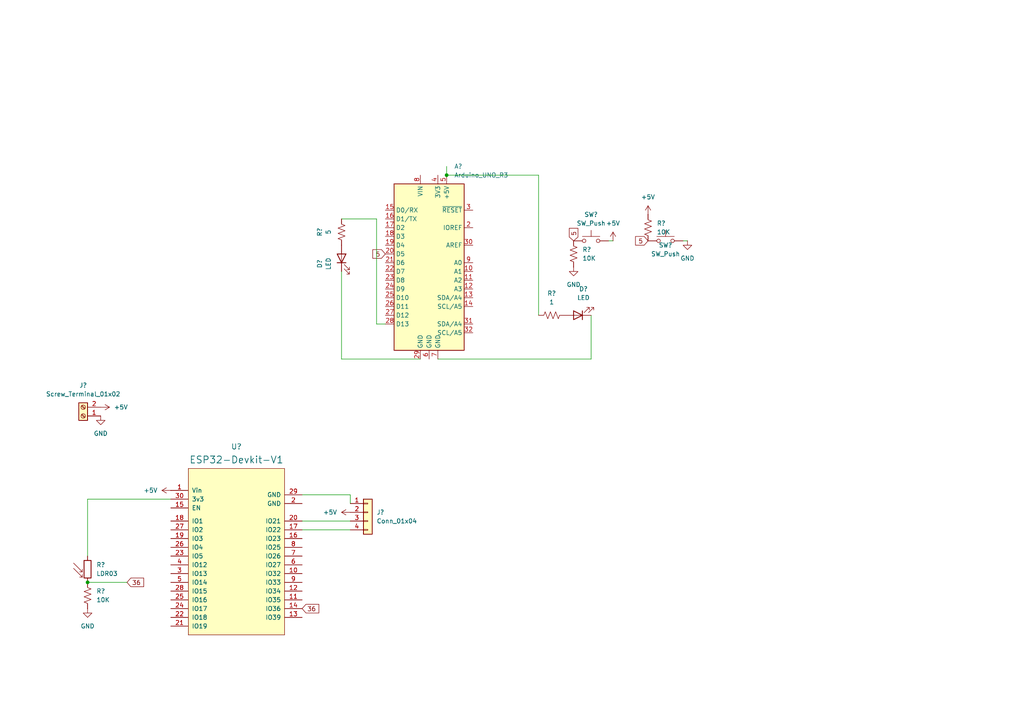
<source format=kicad_sch>
(kicad_sch (version 20231120) (generator "eeschema") (generator_version "8.0")
  (paper "A4")
  (lib_symbols
    (symbol "Connector:Screw_Terminal_01x02" (pin_names (offset 1.016) hide)
      (property "Reference" "J" (at 0 2.54 0))
      (property "Value" "Screw_Terminal_01x02" (at 0 -5.08 0))
      (symbol "Screw_Terminal_01x02_1_1"
        (rectangle (start -1.27 1.27) (end 1.27 -3.81) (stroke (width 0.254)) (fill (type background)))
        (circle (center 0 -2.54) (radius 0.635) (stroke (width 0.1524)))
        (polyline (pts (xy -0.5334 -2.2098) (xy 0.3302 -3.048)) (stroke (width 0.1524)))
        (polyline (pts (xy -0.5334 0.3302) (xy 0.3302 -0.508)) (stroke (width 0.1524)))
        (polyline (pts (xy -0.3556 -2.032) (xy 0.508 -2.8702)) (stroke (width 0.1524)))
        (polyline (pts (xy -0.3556 0.508) (xy 0.508 -0.3302)) (stroke (width 0.1524)))
        (circle (center 0 0) (radius 0.635) (stroke (width 0.1524)))
        (pin passive line (at -5.08 0 0) (length 3.81) (name "Pin_1") (number "1"))
        (pin passive line (at -5.08 -2.54 0) (length 3.81) (name "Pin_2") (number "2"))
      )
    )
    (symbol "Connector_Generic:Conn_01x04" (pin_names (offset 1.016) hide)
      (property "Reference" "J" (at 0 5.08 0))
      (property "Value" "Conn_01x04" (at 0 -7.62 0))
      (symbol "Conn_01x04_1_1"
        (rectangle (start -1.27 -4.953) (end 0 -5.207) (stroke (width 0.1524)))
        (rectangle (start -1.27 -2.413) (end 0 -2.667) (stroke (width 0.1524)))
        (rectangle (start -1.27 0.127) (end 0 -0.127) (stroke (width 0.1524)))
        (rectangle (start -1.27 2.667) (end 0 2.413) (stroke (width 0.1524)))
        (rectangle (start -1.27 3.81) (end 1.27 -6.35) (stroke (width 0.254)) (fill (type background)))
        (pin passive line (at -5.08 2.54 0) (length 3.81) (name "Pin_1") (number "1"))
        (pin passive line (at -5.08 0 0) (length 3.81) (name "Pin_2") (number "2"))
        (pin passive line (at -5.08 -2.54 0) (length 3.81) (name "Pin_3") (number "3"))
        (pin passive line (at -5.08 -5.08 0) (length 3.81) (name "Pin_4") (number "4"))
      )
    )
    (symbol "Device:LED" (pin_numbers hide) (pin_names (offset 1.016) hide)
      (property "Reference" "D" (at 0 2.54 0))
      (property "Value" "LED" (at 0 -2.54 0))
      (symbol "LED_0_1"
        (polyline (pts (xy -1.27 -1.27) (xy -1.27 1.27)) (stroke (width 0.254)))
        (polyline (pts (xy -1.27 0) (xy 1.27 0)))
        (polyline (pts (xy 1.27 -1.27) (xy 1.27 1.27) (xy -1.27 0) (xy 1.27 -1.27)) (stroke (width 0.254)))
        (polyline (pts (xy -3.048 -0.762) (xy -4.572 -2.286) (xy -3.81 -2.286) (xy -4.572 -2.286) (xy -4.572 -1.524)))
        (polyline (pts (xy -1.778 -0.762) (xy -3.302 -2.286) (xy -2.54 -2.286) (xy -3.302 -2.286) (xy -3.302 -1.524)))
      )
      (symbol "LED_1_1"
        (pin passive line (at -3.81 0 0) (length 2.54) (name "K") (number "1"))
        (pin passive line (at 3.81 0 180) (length 2.54) (name "A") (number "2"))
      )
    )
    (symbol "Device:R_US" (pin_numbers hide) (pin_names (offset 0))
      (property "Reference" "R" (at 2.54 0 90))
      (property "Value" "R_US" (at -2.54 0 90))
      (symbol "R_US_0_1"
        (polyline (pts (xy 0 -2.286) (xy 0 -2.54)))
        (polyline (pts (xy 0 2.286) (xy 0 2.54)))
        (polyline (pts (xy 0 -0.762) (xy 1.016 -1.143) (xy 0 -1.524) (xy -1.016 -1.905) (xy 0 -2.286)))
        (polyline (pts (xy 0 0.762) (xy 1.016 0.381) (xy 0 0) (xy -1.016 -0.381) (xy 0 -0.762)))
        (polyline (pts (xy 0 2.286) (xy 1.016 1.905) (xy 0 1.524) (xy -1.016 1.143) (xy 0 0.762)))
      )
      (symbol "R_US_1_1"
        (pin passive line (at 0 3.81 270) (length 1.27) (name "~") (number "1"))
        (pin passive line (at 0 -3.81 90) (length 1.27) (name "~") (number "2"))
      )
    )
    (symbol "MCU_Module:Arduino_UNO_R3"
      (property "Reference" "A" (at -10.16 23.495 0))
      (property "Value" "Arduino_UNO_R3" (at 5.08 -26.67 0))
      (symbol "Arduino_UNO_R3_0_1"
        (rectangle (start -10.16 22.86) (end 10.16 -25.4) (stroke (width 0.254)) (fill (type background)))
      )
      (symbol "Arduino_UNO_R3_1_1"
        (pin no_connect line (at -10.16 -20.32 0) (length 2.54) hide (name "NC") (number "1"))
        (pin bidirectional line (at 12.7 -2.54 180) (length 2.54) (name "A1") (number "10"))
        (pin bidirectional line (at 12.7 -5.08 180) (length 2.54) (name "A2") (number "11"))
        (pin bidirectional line (at 12.7 -7.62 180) (length 2.54) (name "A3") (number "12"))
        (pin bidirectional line (at 12.7 -10.16 180) (length 2.54) (name "SDA/A4") (number "13"))
        (pin bidirectional line (at 12.7 -12.7 180) (length 2.54) (name "SCL/A5") (number "14"))
        (pin bidirectional line (at -12.7 15.24 0) (length 2.54) (name "D0/RX") (number "15"))
        (pin bidirectional line (at -12.7 12.7 0) (length 2.54) (name "D1/TX") (number "16"))
        (pin bidirectional line (at -12.7 10.16 0) (length 2.54) (name "D2") (number "17"))
        (pin bidirectional line (at -12.7 7.62 0) (length 2.54) (name "D3") (number "18"))
        (pin bidirectional line (at -12.7 5.08 0) (length 2.54) (name "D4") (number "19"))
        (pin output line (at 12.7 10.16 180) (length 2.54) (name "IOREF") (number "2"))
        (pin bidirectional line (at -12.7 2.54 0) (length 2.54) (name "D5") (number "20"))
        (pin bidirectional line (at -12.7 0 0) (length 2.54) (name "D6") (number "21"))
        (pin bidirectional line (at -12.7 -2.54 0) (length 2.54) (name "D7") (number "22"))
        (pin bidirectional line (at -12.7 -5.08 0) (length 2.54) (name "D8") (number "23"))
        (pin bidirectional line (at -12.7 -7.62 0) (length 2.54) (name "D9") (number "24"))
        (pin bidirectional line (at -12.7 -10.16 0) (length 2.54) (name "D10") (number "25"))
        (pin bidirectional line (at -12.7 -12.7 0) (length 2.54) (name "D11") (number "26"))
        (pin bidirectional line (at -12.7 -15.24 0) (length 2.54) (name "D12") (number "27"))
        (pin bidirectional line (at -12.7 -17.78 0) (length 2.54) (name "D13") (number "28"))
        (pin power_in line (at -2.54 -27.94 90) (length 2.54) (name "GND") (number "29"))
        (pin input line (at 12.7 15.24 180) (length 2.54) (name "~{RESET}") (number "3"))
        (pin input line (at 12.7 5.08 180) (length 2.54) (name "AREF") (number "30"))
        (pin bidirectional line (at 12.7 -17.78 180) (length 2.54) (name "SDA/A4") (number "31"))
        (pin bidirectional line (at 12.7 -20.32 180) (length 2.54) (name "SCL/A5") (number "32"))
        (pin power_out line (at 2.54 25.4 270) (length 2.54) (name "3V3") (number "4"))
        (pin power_out line (at 5.08 25.4 270) (length 2.54) (name "+5V") (number "5"))
        (pin power_in line (at 0 -27.94 90) (length 2.54) (name "GND") (number "6"))
        (pin power_in line (at 2.54 -27.94 90) (length 2.54) (name "GND") (number "7"))
        (pin power_in line (at -2.54 25.4 270) (length 2.54) (name "VIN") (number "8"))
        (pin bidirectional line (at 12.7 0 180) (length 2.54) (name "A0") (number "9"))
      )
    )
    (symbol "Sensor_Optical:LDR03" (pin_numbers hide) (pin_names (offset 0))
      (property "Reference" "R" (at -5.08 0 90))
      (property "Value" "LDR03" (at 1.905 0 90))
      (symbol "LDR03_0_1"
        (rectangle (start -1.016 2.54) (end 1.016 -2.54) (stroke (width 0.254)))
        (polyline (pts (xy -1.524 -2.286) (xy -4.064 0.254)))
        (polyline (pts (xy -1.524 -2.286) (xy -2.286 -2.286)))
        (polyline (pts (xy -1.524 -2.286) (xy -1.524 -1.524)))
        (polyline (pts (xy -1.524 -0.762) (xy -4.064 1.778)))
        (polyline (pts (xy -1.524 -0.762) (xy -2.286 -0.762)))
        (polyline (pts (xy -1.524 -0.762) (xy -1.524 0)))
      )
      (symbol "LDR03_1_1"
        (pin passive line (at 0 3.81 270) (length 1.27) (name "~") (number "1"))
        (pin passive line (at 0 -3.81 90) (length 1.27) (name "~") (number "2"))
      )
    )
    (symbol "Switch:SW_Push" (pin_numbers hide) (pin_names (offset 1.016) hide)
      (property "Reference" "SW" (at 1.27 2.54 0))
      (property "Value" "SW_Push" (at 0 -1.524 0))
      (symbol "SW_Push_0_1"
        (circle (center -2.032 0) (radius 0.508))
        (polyline (pts (xy 0 1.27) (xy 0 3.048)))
        (polyline (pts (xy 2.54 1.27) (xy -2.54 1.27)))
        (circle (center 2.032 0) (radius 0.508))
        (pin passive line (at -5.08 0 0) (length 2.54) (name "1") (number "1"))
        (pin passive line (at 5.08 0 180) (length 2.54) (name "2") (number "2"))
      )
    )
    (symbol "esp32-devkit-v1:ESP32-Devkit-V1" (pin_names (offset 1.016))
      (property "Reference" "U" (at 13.97 -21.59 0))
      (property "Value" "ESP32-Devkit-V1" (at 13.97 -2.54 0))
      (symbol "ESP32-Devkit-V1_0_1"
        (rectangle (start 0 0) (end 27.94 -48.26) (fill (type background)))
      )
      (symbol "ESP32-Devkit-V1_1_1"
        (pin power_in line (at -5.08 -6.35 0) (length 5.08) (name "Vin") (number "1"))
        (pin bidirectional line (at 33.02 -30.48 180) (length 5.08) (name "IO32") (number "10"))
        (pin bidirectional line (at 33.02 -38.1 180) (length 5.08) (name "IO35") (number "11"))
        (pin bidirectional line (at 33.02 -35.56 180) (length 5.08) (name "IO34") (number "12"))
        (pin bidirectional line (at 33.02 -43.18 180) (length 5.08) (name "IO39") (number "13"))
        (pin bidirectional line (at 33.02 -40.64 180) (length 5.08) (name "IO36") (number "14"))
        (pin input line (at -5.08 -11.43 0) (length 5.08) (name "EN") (number "15"))
        (pin bidirectional line (at 33.02 -20.32 180) (length 5.08) (name "IO23") (number "16"))
        (pin bidirectional line (at 33.02 -17.78 180) (length 5.08) (name "IO22") (number "17"))
        (pin bidirectional line (at -5.08 -15.24 0) (length 5.08) (name "IO1") (number "18"))
        (pin bidirectional line (at -5.08 -20.32 0) (length 5.08) (name "IO3") (number "19"))
        (pin power_out line (at 33.02 -10.16 180) (length 5.08) (name "GND") (number "2"))
        (pin bidirectional line (at 33.02 -15.24 180) (length 5.08) (name "IO21") (number "20"))
        (pin bidirectional line (at -5.08 -45.72 0) (length 5.08) (name "IO19") (number "21"))
        (pin bidirectional line (at -5.08 -43.18 0) (length 5.08) (name "IO18") (number "22"))
        (pin bidirectional line (at -5.08 -25.4 0) (length 5.08) (name "IO5") (number "23"))
        (pin bidirectional line (at -5.08 -40.64 0) (length 5.08) (name "IO17") (number "24"))
        (pin bidirectional line (at -5.08 -38.1 0) (length 5.08) (name "IO16") (number "25"))
        (pin bidirectional line (at -5.08 -22.86 0) (length 5.08) (name "IO4") (number "26"))
        (pin bidirectional line (at -5.08 -17.78 0) (length 5.08) (name "IO2") (number "27"))
        (pin bidirectional line (at -5.08 -35.56 0) (length 5.08) (name "IO15") (number "28"))
        (pin power_out line (at 33.02 -7.62 180) (length 5.08) (name "GND") (number "29"))
        (pin bidirectional line (at -5.08 -30.48 0) (length 5.08) (name "IO13") (number "3"))
        (pin power_out line (at -5.08 -8.89 0) (length 5.08) (name "3v3") (number "30"))
        (pin bidirectional line (at -5.08 -27.94 0) (length 5.08) (name "IO12") (number "4"))
        (pin bidirectional line (at -5.08 -33.02 0) (length 5.08) (name "IO14") (number "5"))
        (pin bidirectional line (at 33.02 -27.94 180) (length 5.08) (name "IO27") (number "6"))
        (pin bidirectional line (at 33.02 -25.4 180) (length 5.08) (name "IO26") (number "7"))
        (pin bidirectional line (at 33.02 -22.86 180) (length 5.08) (name "IO25") (number "8"))
        (pin bidirectional line (at 33.02 -33.02 180) (length 5.08) (name "IO33") (number "9"))
      )
    )
    (symbol "power:+5V" (power) (pin_numbers hide) (pin_names (offset 0) hide)
      (property "Value" "+5V" (at 0 3.556 0))
      (symbol "+5V_0_1"
        (polyline (pts (xy -0.762 1.27) (xy 0 2.54)))
        (polyline (pts (xy 0 0) (xy 0 2.54)))
        (polyline (pts (xy 0 2.54) (xy 0.762 1.27)))
      )
      (symbol "+5V_1_1"
        (pin power_in line (at 0 0 90) (length 0) (name "~") (number "1"))
      )
    )
    (symbol "power:GND" (power) (pin_numbers hide) (pin_names (offset 0) hide)
      (property "Value" "GND" (at 0 -3.81 0))
      (symbol "GND_0_1"
        (polyline (pts (xy 0 0) (xy 0 -1.27) (xy 1.27 -1.27) (xy 0 -2.54) (xy -1.27 -1.27) (xy 0 -1.27)))
      )
      (symbol "GND_1_1"
        (pin power_in line (at 0 0 270) (length 0) (name "~") (number "1"))
      )
    )
  )
  (junction (at 25.4 168.91))
  (junction (at 129.54 50.8))
  (wire (pts (xy 177.8 69.85) (xy 176.53 69.85)))
  (wire (pts (xy 99.06 104.14) (xy 121.92 104.14)))
  (wire (pts (xy 87.63 151.13) (xy 101.6 151.13)))
  (wire (pts (xy 129.54 50.8) (xy 156.21 50.8)))
  (wire (pts (xy 199.39 69.85) (xy 198.12 69.85)))
  (wire (pts (xy 171.45 104.14) (xy 127 104.14)))
  (wire (pts (xy 109.22 63.5) (xy 109.22 93.98)))
  (wire (pts (xy 99.06 78.74) (xy 99.06 104.14)))
  (wire (pts (xy 49.53 144.78) (xy 25.4 144.78)))
  (wire (pts (xy 87.63 143.51) (xy 101.6 143.51)))
  (wire (pts (xy 101.6 143.51) (xy 101.6 146.05)))
  (wire (pts (xy 25.4 144.78) (xy 25.4 161.29)))
  (wire (pts (xy 171.45 91.44) (xy 171.45 104.14)))
  (wire (pts (xy 109.22 93.98) (xy 111.76 93.98)))
  (wire (pts (xy 129.54 48.26) (xy 129.54 50.8)))
  (wire (pts (xy 87.63 153.67) (xy 101.6 153.67)))
  (wire (pts (xy 99.06 63.5) (xy 109.22 63.5)))
  (wire (pts (xy 156.21 50.8) (xy 156.21 91.44)))
  (wire (pts (xy 36.83 168.91) (xy 25.4 168.91)))
  (global_label "36" (shape input) (at 36.83 168.91 0) (property "Intersheetrefs" "${INTERSHEET_REFS}" (effects (hide yes))))
  (global_label "5" (shape input) (at 166.37 69.85 90) (property "Intersheetrefs" "${INTERSHEET_REFS}" (effects (hide yes))))
  (global_label "5" (shape input) (at 111.76 73.66 180) (property "Intersheetrefs" "${INTERSHEET_REFS}" (effects (hide yes))))
  (global_label "36" (shape input) (at 87.63 176.53 0) (property "Intersheetrefs" "${INTERSHEET_REFS}" (effects (hide yes))))
  (global_label "5" (shape input) (at 187.96 69.85 180) (property "Intersheetrefs" "${INTERSHEET_REFS}" (effects (hide yes))))
  (symbol (lib_id "power:+5V") (at 49.53 142.24 90) (unit 1)
    (property "Reference" "#PWR048" (effects (hide yes)))
    (property "Value" "+5V" (at 45.72 142.2399 90) (effects (justify left)))
    (property "Description" "Power symbol creates a global label with name \"+5V\"" (effects (hide yes)))
  )
  (symbol (lib_id "power:+5V") (at 177.8 69.85 0) (unit 1)
    (property "Reference" "#PWR042" (effects (hide yes)))
    (property "Value" "+5V" (at 177.8 64.77 0))
    (property "Description" "Power symbol creates a global label with name \"+5V\"" (effects (hide yes)))
  )
  (symbol (lib_id "Switch:SW_Push") (at 193.04 69.85 0) (unit 1)
    (property "Reference" "SW?" (at 193.04 71.12 0))
    (property "Value" "SW_Push" (at 193.04 73.66 0))
    (property "Description" "Push button switch, generic, two pins" (effects (hide yes)))
  )
  (symbol (lib_id "Switch:SW_Push") (at 171.45 69.85 0) (unit 1)
    (property "Reference" "SW?" (at 171.45 62.23 0))
    (property "Value" "SW_Push" (at 171.45 64.77 0))
    (property "Description" "Push button switch, generic, two pins" (effects (hide yes)))
  )
  (symbol (lib_id "power:+5V") (at 187.96 62.23 0) (unit 1)
    (property "Reference" "#PWR044" (effects (hide yes)))
    (property "Value" "+5V" (at 187.96 57.15 0))
    (property "Description" "Power symbol creates a global label with name \"+5V\"" (effects (hide yes)))
  )
  (symbol (lib_id "esp32-devkit-v1:ESP32-Devkit-V1") (at 54.61 135.89 0) (unit 1)
    (property "Reference" "U?" (at 68.58 129.54 0) (effects (font (size 1.524 1.524))))
    (property "Value" "ESP32-Devkit-V1" (at 68.58 133.35 0) (effects (font (size 2.0066 2.0066))))
  )
  (symbol (lib_id "Connector:Screw_Terminal_01x02") (at 24.13 120.65 180) (unit 1)
    (property "Reference" "J?" (at 24.13 111.76 0))
    (property "Value" "Screw_Terminal_01x02" (at 24.13 114.3 0))
    (property "Description" "Generic screw terminal, single row, 01x02, script generated (kicad-library-utils/schlib/autogen/connector/)" (effects (hide yes)))
  )
  (symbol (lib_id "power:GND") (at 166.37 77.47 0) (unit 1)
    (property "Reference" "#PWR040" (effects (hide yes)))
    (property "Value" "GND" (at 166.37 82.55 0))
    (property "Description" "Power symbol creates a global label with name \"GND\" , ground" (effects (hide yes)))
  )
  (symbol (lib_id "power:GND") (at 29.21 120.65 0) (unit 1)
    (property "Reference" "#PWR046" (effects (hide yes)))
    (property "Value" "GND" (at 29.21 125.73 0))
    (property "Description" "Power symbol creates a global label with name \"GND\" , ground" (effects (hide yes)))
  )
  (symbol (lib_id "Sensor_Optical:LDR03") (at 25.4 165.1 0) (unit 1)
    (property "Reference" "R?" (at 27.94 163.8299 0) (effects (justify left)))
    (property "Value" "LDR03" (at 27.94 166.3699 0) (effects (justify left)))
    (property "Footprint" "OptoDevice:R_LDR_10x8.5mm_P7.6mm_Vertical" (effects (hide yes)))
    (property "Datasheet" "http://www.elektronica-componenten.nl/WebRoot/StoreNL/Shops/61422969/54F1/BA0C/C664/31B9/2173/C0A8/2AB9/2AEF/LDR03IMP.pdf" (effects (hide yes)))
    (property "Description" "light dependent resistor" (effects (hide yes)))
  )
  (symbol (lib_id "Device:R_US") (at 187.96 66.04 180) (unit 1)
    (property "Reference" "R?" (at 190.5 64.7699 0) (effects (justify right)))
    (property "Value" "10K" (at 190.5 67.3099 0) (effects (justify right)))
    (property "Description" "Resistor, US symbol" (effects (hide yes)))
  )
  (symbol (lib_id "Device:R_US") (at 160.02 91.44 90) (unit 1)
    (property "Reference" "R?" (at 160.02 85.09 90))
    (property "Value" "1" (at 160.02 87.63 90))
    (property "Description" "Resistor, US symbol" (effects (hide yes)))
  )
  (symbol (lib_id "Device:LED") (at 167.64 91.44 180) (unit 1)
    (property "Reference" "D?" (at 169.2275 83.82 0))
    (property "Value" "LED" (at 169.2275 86.36 0))
    (property "Description" "Light emitting diode" (effects (hide yes)))
  )
  (symbol (lib_id "Device:LED") (at 99.06 74.93 90) (unit 1)
    (property "Reference" "D?" (at 92.71 76.5175 0))
    (property "Value" "LED" (at 95.25 76.5175 0))
    (property "Description" "Light emitting diode" (effects (hide yes)))
  )
  (symbol (lib_id "MCU_Module:Arduino_UNO_R3") (at 124.46 76.2 0) (unit 1)
    (property "Reference" "A?" (at 131.7341 48.26 0) (effects (justify left)))
    (property "Value" "Arduino_UNO_R3" (at 131.7341 50.8 0) (effects (justify left)))
    (property "Footprint" "Module:Arduino_UNO_R3" (effects (hide yes)))
    (property "Datasheet" "https://www.arduino.cc/en/Main/arduinoBoardUno" (effects (hide yes)))
    (property "Description" "Arduino UNO Microcontroller Module, release 3" (effects (hide yes)))
  )
  (symbol (lib_id "Device:R_US") (at 25.4 172.72 180) (unit 1)
    (property "Reference" "R?" (at 27.94 171.4499 0) (effects (justify right)))
    (property "Value" "10K" (at 27.94 173.9899 0) (effects (justify right)))
    (property "Description" "Resistor, US symbol" (effects (hide yes)))
  )
  (symbol (lib_id "Connector_Generic:Conn_01x04") (at 106.68 148.59 0) (unit 1)
    (property "Reference" "J?" (at 109.22 148.5899 0) (effects (justify left)))
    (property "Value" "Conn_01x04" (at 109.22 151.1299 0) (effects (justify left)))
    (property "Description" "Generic connector, single row, 01x04, script generated (kicad-library-utils/schlib/autogen/connector/)" (effects (hide yes)))
  )
  (symbol (lib_id "power:+5V") (at 101.6 148.59 90) (unit 1)
    (property "Reference" "#PWR049" (effects (hide yes)))
    (property "Value" "+5V" (at 97.79 148.5899 90) (effects (justify left)))
    (property "Description" "Power symbol creates a global label with name \"+5V\"" (effects (hide yes)))
  )
  (symbol (lib_id "power:+5V") (at 29.21 118.11 270) (unit 1)
    (property "Reference" "#PWR047" (effects (hide yes)))
    (property "Value" "+5V" (at 33.02 118.1099 90) (effects (justify left)))
    (property "Description" "Power symbol creates a global label with name \"+5V\"" (effects (hide yes)))
  )
  (symbol (lib_id "Device:R_US") (at 99.06 67.31 180) (unit 1)
    (property "Reference" "R?" (at 92.71 67.31 90))
    (property "Value" "5" (at 95.25 67.31 90))
    (property "Description" "Resistor, US symbol" (effects (hide yes)))
  )
  (symbol (lib_id "power:GND") (at 25.4 176.53 0) (unit 1)
    (property "Reference" "#PWR050" (effects (hide yes)))
    (property "Value" "GND" (at 25.4 181.61 0))
    (property "Description" "Power symbol creates a global label with name \"GND\" , ground" (effects (hide yes)))
  )
  (symbol (lib_id "Device:R_US") (at 166.37 73.66 180) (unit 1)
    (property "Reference" "R?" (at 168.91 72.3899 0) (effects (justify right)))
    (property "Value" "10K" (at 168.91 74.9299 0) (effects (justify right)))
    (property "Description" "Resistor, US symbol" (effects (hide yes)))
  )
  (symbol (lib_id "power:GND") (at 199.39 69.85 0) (unit 1)
    (property "Reference" "#PWR045" (effects (hide yes)))
    (property "Value" "GND" (at 199.39 74.93 0))
    (property "Description" "Power symbol creates a global label with name \"GND\" , ground" (effects (hide yes)))
  )
)
</source>
